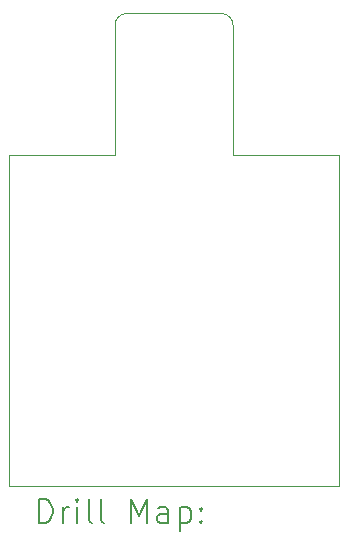
<source format=gbr>
%TF.GenerationSoftware,KiCad,Pcbnew,8.0.4*%
%TF.CreationDate,2024-08-22T19:39:19+02:00*%
%TF.ProjectId,GoldElectrode,476f6c64-456c-4656-9374-726f64652e6b,rev?*%
%TF.SameCoordinates,Original*%
%TF.FileFunction,Drillmap*%
%TF.FilePolarity,Positive*%
%FSLAX45Y45*%
G04 Gerber Fmt 4.5, Leading zero omitted, Abs format (unit mm)*
G04 Created by KiCad (PCBNEW 8.0.4) date 2024-08-22 19:39:19*
%MOMM*%
%LPD*%
G01*
G04 APERTURE LIST*
%ADD10C,0.050000*%
%ADD11C,0.200000*%
G04 APERTURE END LIST*
D10*
X12300000Y-9000000D02*
X12300000Y-6200000D01*
X10500000Y-5000000D02*
X11300000Y-5000000D01*
X11400000Y-5100000D02*
X11400000Y-6200000D01*
X10400000Y-6200000D02*
X10400000Y-5100000D01*
X9500000Y-9000000D02*
X12300000Y-9000000D01*
X11300000Y-5000000D02*
G75*
G02*
X11400000Y-5100000I0J-100000D01*
G01*
X9500000Y-9000000D02*
X9500000Y-6200000D01*
X9500000Y-6200000D02*
X10400000Y-6200000D01*
X10400000Y-5100000D02*
G75*
G02*
X10500000Y-5000000I100000J0D01*
G01*
X11400000Y-6200000D02*
X12300000Y-6200000D01*
D11*
X9758277Y-9313984D02*
X9758277Y-9113984D01*
X9758277Y-9113984D02*
X9805896Y-9113984D01*
X9805896Y-9113984D02*
X9834467Y-9123508D01*
X9834467Y-9123508D02*
X9853515Y-9142555D01*
X9853515Y-9142555D02*
X9863039Y-9161603D01*
X9863039Y-9161603D02*
X9872563Y-9199698D01*
X9872563Y-9199698D02*
X9872563Y-9228270D01*
X9872563Y-9228270D02*
X9863039Y-9266365D01*
X9863039Y-9266365D02*
X9853515Y-9285412D01*
X9853515Y-9285412D02*
X9834467Y-9304460D01*
X9834467Y-9304460D02*
X9805896Y-9313984D01*
X9805896Y-9313984D02*
X9758277Y-9313984D01*
X9958277Y-9313984D02*
X9958277Y-9180650D01*
X9958277Y-9218746D02*
X9967801Y-9199698D01*
X9967801Y-9199698D02*
X9977324Y-9190174D01*
X9977324Y-9190174D02*
X9996372Y-9180650D01*
X9996372Y-9180650D02*
X10015420Y-9180650D01*
X10082086Y-9313984D02*
X10082086Y-9180650D01*
X10082086Y-9113984D02*
X10072563Y-9123508D01*
X10072563Y-9123508D02*
X10082086Y-9133031D01*
X10082086Y-9133031D02*
X10091610Y-9123508D01*
X10091610Y-9123508D02*
X10082086Y-9113984D01*
X10082086Y-9113984D02*
X10082086Y-9133031D01*
X10205896Y-9313984D02*
X10186848Y-9304460D01*
X10186848Y-9304460D02*
X10177324Y-9285412D01*
X10177324Y-9285412D02*
X10177324Y-9113984D01*
X10310658Y-9313984D02*
X10291610Y-9304460D01*
X10291610Y-9304460D02*
X10282086Y-9285412D01*
X10282086Y-9285412D02*
X10282086Y-9113984D01*
X10539229Y-9313984D02*
X10539229Y-9113984D01*
X10539229Y-9113984D02*
X10605896Y-9256841D01*
X10605896Y-9256841D02*
X10672563Y-9113984D01*
X10672563Y-9113984D02*
X10672563Y-9313984D01*
X10853515Y-9313984D02*
X10853515Y-9209222D01*
X10853515Y-9209222D02*
X10843991Y-9190174D01*
X10843991Y-9190174D02*
X10824944Y-9180650D01*
X10824944Y-9180650D02*
X10786848Y-9180650D01*
X10786848Y-9180650D02*
X10767801Y-9190174D01*
X10853515Y-9304460D02*
X10834467Y-9313984D01*
X10834467Y-9313984D02*
X10786848Y-9313984D01*
X10786848Y-9313984D02*
X10767801Y-9304460D01*
X10767801Y-9304460D02*
X10758277Y-9285412D01*
X10758277Y-9285412D02*
X10758277Y-9266365D01*
X10758277Y-9266365D02*
X10767801Y-9247317D01*
X10767801Y-9247317D02*
X10786848Y-9237793D01*
X10786848Y-9237793D02*
X10834467Y-9237793D01*
X10834467Y-9237793D02*
X10853515Y-9228270D01*
X10948753Y-9180650D02*
X10948753Y-9380650D01*
X10948753Y-9190174D02*
X10967801Y-9180650D01*
X10967801Y-9180650D02*
X11005896Y-9180650D01*
X11005896Y-9180650D02*
X11024944Y-9190174D01*
X11024944Y-9190174D02*
X11034467Y-9199698D01*
X11034467Y-9199698D02*
X11043991Y-9218746D01*
X11043991Y-9218746D02*
X11043991Y-9275889D01*
X11043991Y-9275889D02*
X11034467Y-9294936D01*
X11034467Y-9294936D02*
X11024944Y-9304460D01*
X11024944Y-9304460D02*
X11005896Y-9313984D01*
X11005896Y-9313984D02*
X10967801Y-9313984D01*
X10967801Y-9313984D02*
X10948753Y-9304460D01*
X11129705Y-9294936D02*
X11139229Y-9304460D01*
X11139229Y-9304460D02*
X11129705Y-9313984D01*
X11129705Y-9313984D02*
X11120182Y-9304460D01*
X11120182Y-9304460D02*
X11129705Y-9294936D01*
X11129705Y-9294936D02*
X11129705Y-9313984D01*
X11129705Y-9190174D02*
X11139229Y-9199698D01*
X11139229Y-9199698D02*
X11129705Y-9209222D01*
X11129705Y-9209222D02*
X11120182Y-9199698D01*
X11120182Y-9199698D02*
X11129705Y-9190174D01*
X11129705Y-9190174D02*
X11129705Y-9209222D01*
M02*

</source>
